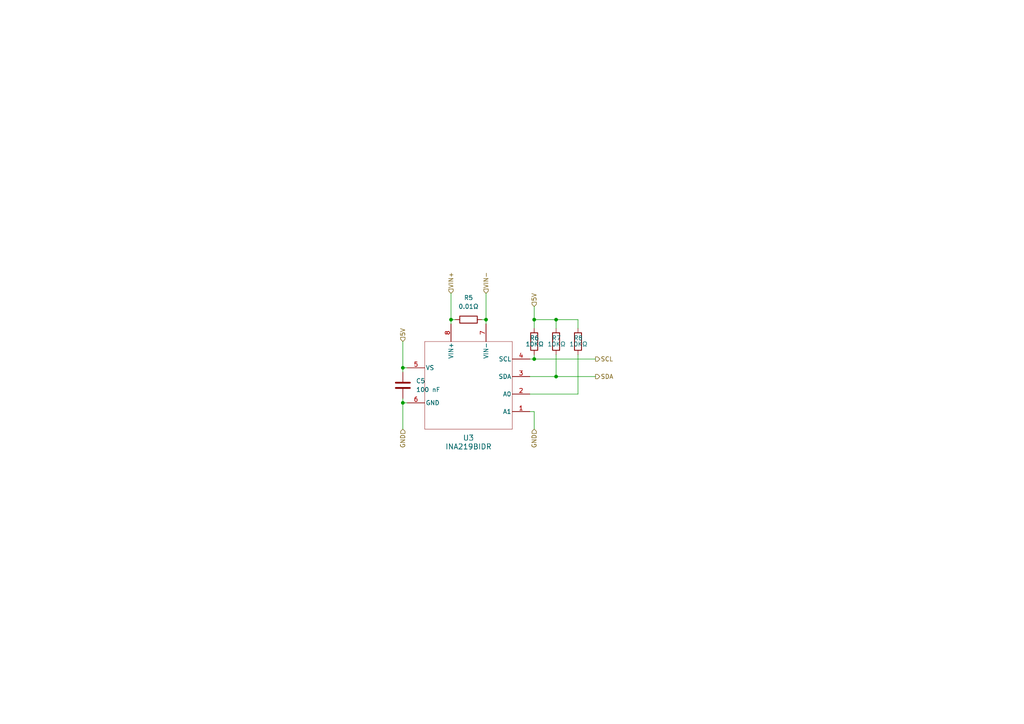
<source format=kicad_sch>
(kicad_sch (version 20231120) (generator "eeschema") (generator_version "8.0")
  (paper "A4")
  (lib_symbols
    (symbol "2025-02-09_22-12-25:INA219BIDR" (pin_names (offset 0.254))
      (property "Reference" "U" (at 0 2.54 0))
      (property "Value" "INA219BIDR" (at 0 0 0))
      (symbol "INA219BIDR_0_1"
        (polyline (pts (xy -12.7 -12.7) (xy 12.7 -12.7)) (stroke (width 0.1016)))
        (polyline (pts (xy -12.7 12.7) (xy -12.7 -12.7)) (stroke (width 0.1016)))
        (polyline (pts (xy 12.7 -12.7) (xy 12.7 12.7)) (stroke (width 0.1016)))
        (polyline (pts (xy 12.7 12.7) (xy -12.7 12.7)) (stroke (width 0.1016)))
        (pin input line (at 17.78 -7.62 180) (length 5.08) (name "A1") (number "1"))
        (pin input line (at 17.78 -2.54 180) (length 5.08) (name "A0") (number "2"))
        (pin input line (at 17.78 7.62 180) (length 5.08) (name "SCL") (number "4"))
        (pin power_in line (at -17.78 5.08 0) (length 5.08) (name "VS") (number "5"))
        (pin power_in line (at -17.78 -5.08 0) (length 5.08) (name "GND") (number "6"))
        (pin power_in line (at 5.08 17.78 270) (length 5.08) (name "VIN-") (number "7"))
        (pin power_in line (at -5.08 17.78 270) (length 5.08) (name "VIN+") (number "8"))
      )
      (symbol "INA219BIDR_1_1"
        (pin bidirectional line (at 17.78 2.54 180) (length 5.08) (name "SDA") (number "3"))
      )
    )
    (symbol "Device:C" (pin_numbers hide) (pin_names (offset 0.254))
      (property "Reference" "C" (at 0.635 2.54 0))
      (property "Value" "C" (at 0.635 -2.54 0))
      (symbol "C_0_1"
        (polyline (pts (xy -2.032 -0.762) (xy 2.032 -0.762)) (stroke (width 0.508)))
        (polyline (pts (xy -2.032 0.762) (xy 2.032 0.762)) (stroke (width 0.508)))
      )
      (symbol "C_1_1"
        (pin passive line (at 0 3.81 270) (length 2.794) (name "~") (number "1"))
        (pin passive line (at 0 -3.81 90) (length 2.794) (name "~") (number "2"))
      )
    )
    (symbol "Device:R" (pin_numbers hide) (pin_names (offset 0))
      (property "Reference" "R" (at 2.032 0 90))
      (property "Value" "R" (at 0 0 90))
      (symbol "R_0_1"
        (rectangle (start -1.016 -2.54) (end 1.016 2.54) (stroke (width 0.254)))
      )
      (symbol "R_1_1"
        (pin passive line (at 0 3.81 270) (length 1.27) (name "~") (number "1"))
        (pin passive line (at 0 -3.81 90) (length 1.27) (name "~") (number "2"))
      )
    )
  )
  (junction (at 161.29 109.22))
  (junction (at 154.94 104.14))
  (junction (at 161.29 92.71))
  (junction (at 140.97 92.71))
  (junction (at 116.84 116.84))
  (junction (at 130.81 92.71))
  (junction (at 154.94 92.71))
  (junction (at 116.84 106.68))
  (wire (pts (xy 153.67 109.22) (xy 161.29 109.22)))
  (wire (pts (xy 154.94 104.14) (xy 154.94 102.87)))
  (wire (pts (xy 161.29 109.22) (xy 161.29 102.87)))
  (wire (pts (xy 154.94 92.71) (xy 161.29 92.71)))
  (wire (pts (xy 139.7 92.71) (xy 140.97 92.71)))
  (wire (pts (xy 153.67 114.3) (xy 167.64 114.3)))
  (wire (pts (xy 167.64 114.3) (xy 167.64 102.87)))
  (wire (pts (xy 161.29 92.71) (xy 161.29 95.25)))
  (wire (pts (xy 116.84 115.57) (xy 116.84 116.84)))
  (wire (pts (xy 161.29 92.71) (xy 167.64 92.71)))
  (wire (pts (xy 118.11 106.68) (xy 116.84 106.68)))
  (wire (pts (xy 116.84 116.84) (xy 116.84 124.46)))
  (wire (pts (xy 154.94 88.9) (xy 154.94 92.71)))
  (wire (pts (xy 140.97 85.09) (xy 140.97 92.71)))
  (wire (pts (xy 116.84 99.06) (xy 116.84 106.68)))
  (wire (pts (xy 154.94 95.25) (xy 154.94 92.71)))
  (wire (pts (xy 140.97 92.71) (xy 140.97 93.98)))
  (wire (pts (xy 130.81 85.09) (xy 130.81 92.71)))
  (wire (pts (xy 154.94 104.14) (xy 172.72 104.14)))
  (wire (pts (xy 154.94 119.38) (xy 154.94 124.46)))
  (wire (pts (xy 161.29 109.22) (xy 172.72 109.22)))
  (wire (pts (xy 167.64 92.71) (xy 167.64 95.25)))
  (wire (pts (xy 153.67 104.14) (xy 154.94 104.14)))
  (wire (pts (xy 153.67 119.38) (xy 154.94 119.38)))
  (wire (pts (xy 116.84 106.68) (xy 116.84 107.95)))
  (wire (pts (xy 130.81 92.71) (xy 130.81 93.98)))
  (wire (pts (xy 118.11 116.84) (xy 116.84 116.84)))
  (wire (pts (xy 132.08 92.71) (xy 130.81 92.71)))
  (hierarchical_label "GND" (shape input) (at 116.84 124.46 270))
  (hierarchical_label "5V" (shape input) (at 116.84 99.06 90))
  (hierarchical_label "SCL" (shape output) (at 172.72 104.14 0))
  (hierarchical_label "SDA" (shape output) (at 172.72 109.22 0))
  (hierarchical_label "VIN-" (shape input) (at 140.97 85.09 90))
  (hierarchical_label "GND" (shape input) (at 154.94 124.46 270))
  (hierarchical_label "5V" (shape input) (at 154.94 88.9 90))
  (hierarchical_label "VIN+" (shape input) (at 130.81 85.09 90))
  (symbol (lib_id "Device:R") (at 161.29 99.06 0) (unit 1)
    (property "Reference" "R7" (at 160.02 98.044 0) (effects (justify left)))
    (property "Value" "10KΩ" (at 158.75 99.822 0) (effects (justify left)))
    (property "Footprint" "Resistor_SMD:R_0603_1608Metric" (effects (hide yes)))
    (property "Description" "Resistor" (effects (hide yes)))
  )
  (symbol (lib_id "Device:R") (at 135.89 92.71 90) (unit 1)
    (property "Reference" "R5" (at 135.89 86.36 90))
    (property "Value" "0.01Ω" (at 135.89 88.9 90))
    (property "Footprint" "Resistor_SMD:R_2512_6332Metric" (effects (hide yes)))
    (property "Description" "Resistor" (effects (hide yes)))
  )
  (symbol (lib_id "2025-02-09_22-12-25:INA219BIDR") (at 135.89 111.76 0) (unit 1)
    (property "Reference" "U3" (at 135.89 127 0) (effects (font (size 1.524 1.524))))
    (property "Value" "INA219BIDR" (at 135.89 129.54 0) (effects (font (size 1.524 1.524))))
    (property "Footprint" "Library:INA219" (effects (hide yes)))
    (property "Datasheet" "INA219BIDR" (effects (hide yes)))
  )
  (symbol (lib_id "Device:C") (at 116.84 111.76 0) (unit 1)
    (property "Reference" "C5" (at 120.65 110.4899 0) (effects (justify left)))
    (property "Value" "100 nF" (at 120.65 113.0299 0) (effects (justify left)))
    (property "Footprint" "Capacitor_SMD:C_0603_1608Metric" (effects (hide yes)))
    (property "Description" "Unpolarized capacitor" (effects (hide yes)))
  )
  (symbol (lib_id "Device:R") (at 167.64 99.06 0) (unit 1)
    (property "Reference" "R8" (at 166.37 98.044 0) (effects (justify left)))
    (property "Value" "10KΩ" (at 165.1 99.822 0) (effects (justify left)))
    (property "Footprint" "Resistor_SMD:R_0603_1608Metric" (effects (hide yes)))
    (property "Description" "Resistor" (effects (hide yes)))
  )
  (symbol (lib_id "Device:R") (at 154.94 99.06 0) (unit 1)
    (property "Reference" "R6" (at 153.67 98.044 0) (effects (justify left)))
    (property "Value" "10KΩ" (at 152.4 99.822 0) (effects (justify left)))
    (property "Footprint" "Resistor_SMD:R_0603_1608Metric" (effects (hide yes)))
    (property "Description" "Resistor" (effects (hide yes)))
  )
)
</source>
